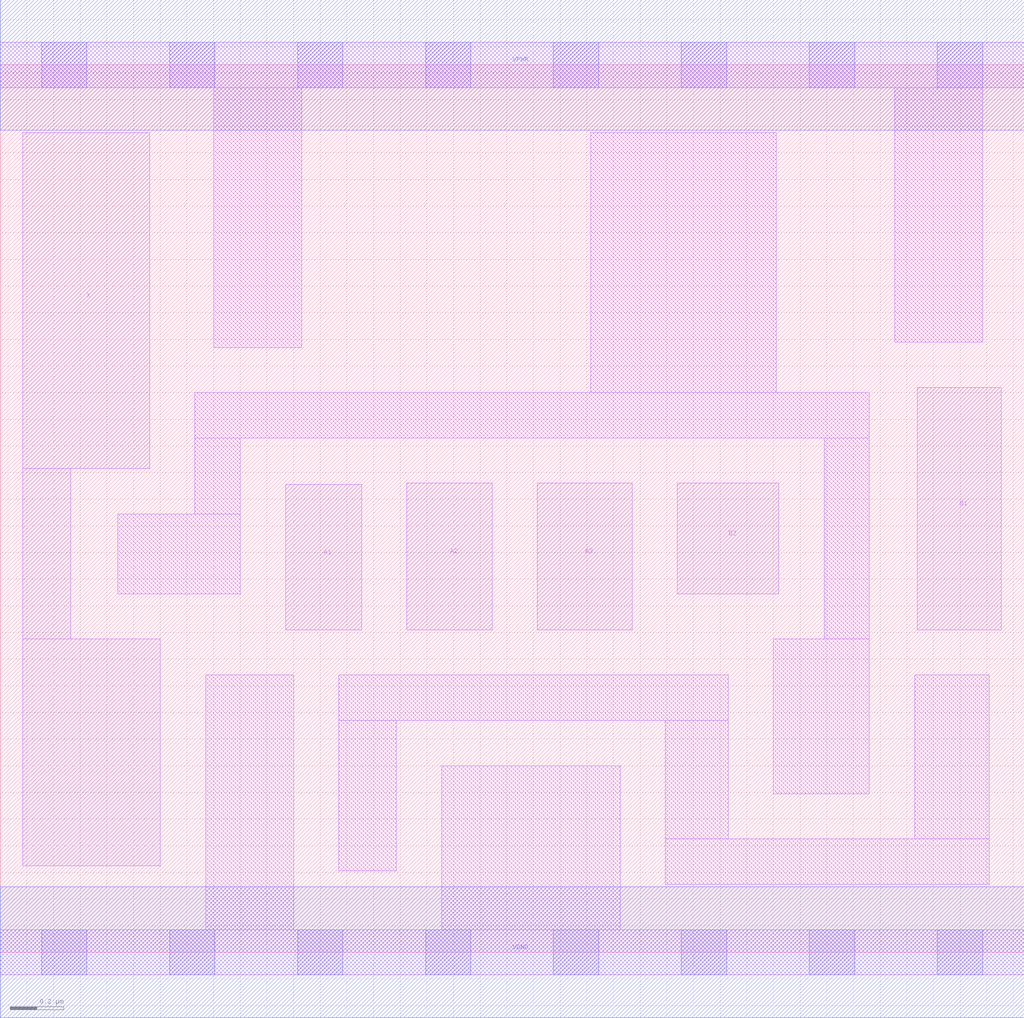
<source format=lef>
# Copyright 2020 The SkyWater PDK Authors
#
# Licensed under the Apache License, Version 2.0 (the "License");
# you may not use this file except in compliance with the License.
# You may obtain a copy of the License at
#
#     https://www.apache.org/licenses/LICENSE-2.0
#
# Unless required by applicable law or agreed to in writing, software
# distributed under the License is distributed on an "AS IS" BASIS,
# WITHOUT WARRANTIES OR CONDITIONS OF ANY KIND, either express or implied.
# See the License for the specific language governing permissions and
# limitations under the License.
#
# SPDX-License-Identifier: Apache-2.0

VERSION 5.7 ;
  NAMESCASESENSITIVE ON ;
  NOWIREEXTENSIONATPIN ON ;
  DIVIDERCHAR "/" ;
  BUSBITCHARS "[]" ;
UNITS
  DATABASE MICRONS 200 ;
END UNITS
MACRO sky130_fd_sc_lp__o32a_1
  CLASS CORE ;
  SOURCE USER ;
  FOREIGN sky130_fd_sc_lp__o32a_1 ;
  ORIGIN  0.000000  0.000000 ;
  SIZE  3.840000 BY  3.330000 ;
  SYMMETRY X Y R90 ;
  SITE unit ;
  PIN A1
    ANTENNAGATEAREA  0.315000 ;
    DIRECTION INPUT ;
    USE SIGNAL ;
    PORT
      LAYER li1 ;
        RECT 1.070000 1.210000 1.355000 1.755000 ;
    END
  END A1
  PIN A2
    ANTENNAGATEAREA  0.315000 ;
    DIRECTION INPUT ;
    USE SIGNAL ;
    PORT
      LAYER li1 ;
        RECT 1.525000 1.210000 1.845000 1.760000 ;
    END
  END A2
  PIN A3
    ANTENNAGATEAREA  0.315000 ;
    DIRECTION INPUT ;
    USE SIGNAL ;
    PORT
      LAYER li1 ;
        RECT 2.015000 1.210000 2.370000 1.760000 ;
    END
  END A3
  PIN B1
    ANTENNAGATEAREA  0.315000 ;
    DIRECTION INPUT ;
    USE SIGNAL ;
    PORT
      LAYER li1 ;
        RECT 3.440000 1.210000 3.755000 2.120000 ;
    END
  END B1
  PIN B2
    ANTENNAGATEAREA  0.315000 ;
    DIRECTION INPUT ;
    USE SIGNAL ;
    PORT
      LAYER li1 ;
        RECT 2.540000 1.345000 2.920000 1.760000 ;
    END
  END B2
  PIN X
    ANTENNADIFFAREA  0.598500 ;
    DIRECTION OUTPUT ;
    USE SIGNAL ;
    PORT
      LAYER li1 ;
        RECT 0.085000 0.325000 0.600000 1.175000 ;
        RECT 0.085000 1.175000 0.265000 1.815000 ;
        RECT 0.085000 1.815000 0.560000 3.075000 ;
    END
  END X
  PIN VGND
    DIRECTION INOUT ;
    USE GROUND ;
    PORT
      LAYER met1 ;
        RECT 0.000000 -0.245000 3.840000 0.245000 ;
    END
  END VGND
  PIN VPWR
    DIRECTION INOUT ;
    USE POWER ;
    PORT
      LAYER met1 ;
        RECT 0.000000 3.085000 3.840000 3.575000 ;
    END
  END VPWR
  OBS
    LAYER li1 ;
      RECT 0.000000 -0.085000 3.840000 0.085000 ;
      RECT 0.000000  3.245000 3.840000 3.415000 ;
      RECT 0.440000  1.345000 0.900000 1.645000 ;
      RECT 0.730000  1.645000 0.900000 1.930000 ;
      RECT 0.730000  1.930000 3.260000 2.100000 ;
      RECT 0.770000  0.085000 1.100000 1.040000 ;
      RECT 0.800000  2.270000 1.130000 3.245000 ;
      RECT 1.270000  0.305000 1.485000 0.870000 ;
      RECT 1.270000  0.870000 2.730000 1.040000 ;
      RECT 1.655000  0.085000 2.325000 0.700000 ;
      RECT 2.215000  2.100000 2.910000 3.075000 ;
      RECT 2.495000  0.255000 3.710000 0.425000 ;
      RECT 2.495000  0.425000 2.730000 0.870000 ;
      RECT 2.900000  0.595000 3.260000 1.175000 ;
      RECT 3.090000  1.175000 3.260000 1.930000 ;
      RECT 3.355000  2.290000 3.685000 3.245000 ;
      RECT 3.430000  0.425000 3.710000 1.040000 ;
    LAYER mcon ;
      RECT 0.155000 -0.085000 0.325000 0.085000 ;
      RECT 0.155000  3.245000 0.325000 3.415000 ;
      RECT 0.635000 -0.085000 0.805000 0.085000 ;
      RECT 0.635000  3.245000 0.805000 3.415000 ;
      RECT 1.115000 -0.085000 1.285000 0.085000 ;
      RECT 1.115000  3.245000 1.285000 3.415000 ;
      RECT 1.595000 -0.085000 1.765000 0.085000 ;
      RECT 1.595000  3.245000 1.765000 3.415000 ;
      RECT 2.075000 -0.085000 2.245000 0.085000 ;
      RECT 2.075000  3.245000 2.245000 3.415000 ;
      RECT 2.555000 -0.085000 2.725000 0.085000 ;
      RECT 2.555000  3.245000 2.725000 3.415000 ;
      RECT 3.035000 -0.085000 3.205000 0.085000 ;
      RECT 3.035000  3.245000 3.205000 3.415000 ;
      RECT 3.515000 -0.085000 3.685000 0.085000 ;
      RECT 3.515000  3.245000 3.685000 3.415000 ;
  END
END sky130_fd_sc_lp__o32a_1
END LIBRARY

</source>
